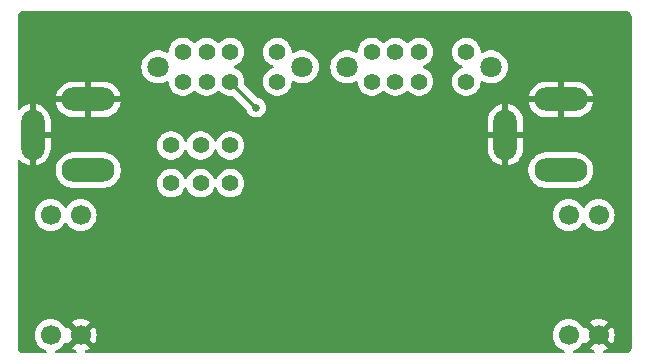
<source format=gbr>
%TF.GenerationSoftware,KiCad,Pcbnew,8.0.5+1*%
%TF.CreationDate,2024-10-02T06:07:40-04:00*%
%TF.ProjectId,breadboard-power-supply,62726561-6462-46f6-9172-642d706f7765,rev?*%
%TF.SameCoordinates,Original*%
%TF.FileFunction,Copper,L2,Bot*%
%TF.FilePolarity,Positive*%
%FSLAX46Y46*%
G04 Gerber Fmt 4.6, Leading zero omitted, Abs format (unit mm)*
G04 Created by KiCad (PCBNEW 8.0.5+1) date 2024-10-02 06:07:40*
%MOMM*%
%LPD*%
G01*
G04 APERTURE LIST*
%TA.AperFunction,ComponentPad*%
%ADD10C,1.400000*%
%TD*%
%TA.AperFunction,ComponentPad*%
%ADD11C,1.800000*%
%TD*%
%TA.AperFunction,ComponentPad*%
%ADD12O,4.500000X2.000000*%
%TD*%
%TA.AperFunction,ComponentPad*%
%ADD13O,2.000000X4.250000*%
%TD*%
%TA.AperFunction,ComponentPad*%
%ADD14C,1.700000*%
%TD*%
%TA.AperFunction,ViaPad*%
%ADD15C,0.650000*%
%TD*%
%TA.AperFunction,Conductor*%
%ADD16C,0.200000*%
%TD*%
%TA.AperFunction,Conductor*%
%ADD17C,0.350000*%
%TD*%
G04 APERTURE END LIST*
D10*
%TO.P,SW1,1*%
%TO.N,/VIN1*%
X113500000Y-101900000D03*
%TO.P,SW1,2*%
%TO.N,Net-(J1-Pad1)*%
X116000000Y-101900000D03*
%TO.P,SW1,3*%
%TO.N,unconnected-(SW1-Pad3)_1*%
X118500000Y-101900000D03*
%TO.P,SW1,4*%
%TO.N,/VIN1*%
X113500000Y-105100000D03*
%TO.P,SW1,5*%
%TO.N,Net-(J1-Pad1)*%
X116000000Y-105100000D03*
%TO.P,SW1,6*%
%TO.N,unconnected-(SW1-Pad3)*%
X118500000Y-105100000D03*
%TD*%
D11*
%TO.P,SW3,*%
%TO.N,*%
X140600000Y-95250000D03*
X128400000Y-95250000D03*
D10*
%TO.P,SW3,1,1*%
%TO.N,unconnected-(SW3-Pad1)*%
X138500000Y-94000000D03*
%TO.P,SW3,2,2*%
%TO.N,VCC1*%
X134500000Y-94000000D03*
%TO.P,SW3,3,3*%
%TO.N,VCC2*%
X132500000Y-94000000D03*
%TO.P,SW3,4,4*%
%TO.N,unconnected-(SW3-Pad4)*%
X130500000Y-94000000D03*
%TO.P,SW3,5,5*%
%TO.N,unconnected-(SW3-Pad5)*%
X138500000Y-96500000D03*
%TO.P,SW3,6,6*%
%TO.N,Net-(J2-Pad1)*%
X134500000Y-96500000D03*
%TO.P,SW3,7,7*%
%TO.N,unconnected-(SW3-Pad7)*%
X132500000Y-96500000D03*
%TO.P,SW3,8,8*%
%TO.N,VCC2*%
X130500000Y-96500000D03*
%TD*%
D12*
%TO.P,J1,1*%
%TO.N,Net-(J1-Pad1)*%
X106500000Y-104000000D03*
%TO.P,J1,2*%
%TO.N,GND*%
X106500000Y-98000000D03*
D13*
%TO.P,J1,3*%
X101800000Y-101000000D03*
%TD*%
D11*
%TO.P,SW2,*%
%TO.N,*%
X124600000Y-95250000D03*
X112400000Y-95250000D03*
D10*
%TO.P,SW2,1,1*%
%TO.N,VCC1*%
X122500000Y-94000000D03*
%TO.P,SW2,2,2*%
%TO.N,/VIN1*%
X118500000Y-94000000D03*
%TO.P,SW2,3,3*%
%TO.N,Net-(U1-IN)*%
X116500000Y-94000000D03*
%TO.P,SW2,4,4*%
X114500000Y-94000000D03*
%TO.P,SW2,5,5*%
%TO.N,unconnected-(SW2-Pad5)*%
X122500000Y-96500000D03*
%TO.P,SW2,6,6*%
%TO.N,/ADJ*%
X118500000Y-96500000D03*
%TO.P,SW2,7,7*%
%TO.N,Net-(R5-Pad1)*%
X116500000Y-96500000D03*
%TO.P,SW2,8,8*%
%TO.N,Net-(R2-Pad1)*%
X114500000Y-96500000D03*
%TD*%
D12*
%TO.P,J2,1*%
%TO.N,Net-(J2-Pad1)*%
X146500000Y-104000000D03*
%TO.P,J2,2*%
%TO.N,GND*%
X146500000Y-98000000D03*
D13*
%TO.P,J2,3*%
X141800000Y-101000000D03*
%TD*%
D14*
%TO.P,J6,1*%
%TO.N,VCC2*%
X147160000Y-117970000D03*
%TO.P,J6,2*%
%TO.N,GND*%
X149700000Y-117970000D03*
%TD*%
%TO.P,J3,1*%
%TO.N,unconnected-(J3-Pad1)*%
X105840000Y-107810000D03*
%TO.P,J3,2*%
%TO.N,unconnected-(J3-Pad2)*%
X103300000Y-107810000D03*
%TD*%
%TO.P,J4,1*%
%TO.N,VCC1*%
X103300000Y-117970000D03*
%TO.P,J4,2*%
%TO.N,GND*%
X105840000Y-117970000D03*
%TD*%
%TO.P,J5,1*%
%TO.N,unconnected-(J5-Pad1)*%
X149700000Y-107810000D03*
%TO.P,J5,2*%
%TO.N,unconnected-(J5-Pad2)*%
X147160000Y-107810000D03*
%TD*%
D15*
%TO.N,GND*%
X111500000Y-99800000D03*
X135500000Y-100200000D03*
X129600000Y-109000000D03*
X119400000Y-99800000D03*
X121700000Y-104100000D03*
%TO.N,/ADJ*%
X120700000Y-98700000D03*
%TD*%
D16*
%TO.N,/ADJ*%
X119100000Y-96500000D02*
X118500000Y-96500000D01*
D17*
X120700000Y-98700000D02*
X118500000Y-96500000D01*
%TD*%
%TA.AperFunction,Conductor*%
%TO.N,GND*%
G36*
X152006922Y-90501280D02*
G01*
X152097266Y-90511459D01*
X152124331Y-90517636D01*
X152203540Y-90545352D01*
X152228553Y-90557398D01*
X152299606Y-90602043D01*
X152321313Y-90619355D01*
X152380644Y-90678686D01*
X152397957Y-90700395D01*
X152442600Y-90771444D01*
X152454648Y-90796462D01*
X152482362Y-90875666D01*
X152488540Y-90902735D01*
X152498720Y-90993076D01*
X152499500Y-91006961D01*
X152499500Y-118993038D01*
X152498720Y-119006921D01*
X152497576Y-119017075D01*
X152488540Y-119097264D01*
X152482362Y-119124333D01*
X152454648Y-119203537D01*
X152442600Y-119228555D01*
X152397957Y-119299604D01*
X152380644Y-119321313D01*
X152321313Y-119380644D01*
X152299604Y-119397957D01*
X152228555Y-119442600D01*
X152203537Y-119454648D01*
X152124333Y-119482362D01*
X152097264Y-119488540D01*
X152017075Y-119497576D01*
X152006921Y-119498720D01*
X151993038Y-119499500D01*
X150149703Y-119499500D01*
X150082664Y-119479815D01*
X150036909Y-119427011D01*
X150026965Y-119357853D01*
X150055990Y-119294297D01*
X150114768Y-119256523D01*
X150117610Y-119255725D01*
X150163483Y-119243433D01*
X150163492Y-119243429D01*
X150377578Y-119143600D01*
X150377582Y-119143598D01*
X150461373Y-119084926D01*
X150461373Y-119084925D01*
X149870234Y-118493787D01*
X149912292Y-118482518D01*
X150037708Y-118410110D01*
X150140110Y-118307708D01*
X150212518Y-118182292D01*
X150223787Y-118140234D01*
X150814925Y-118731373D01*
X150814926Y-118731373D01*
X150873598Y-118647582D01*
X150873600Y-118647578D01*
X150973429Y-118433492D01*
X150973433Y-118433483D01*
X151034567Y-118205326D01*
X151034569Y-118205315D01*
X151055157Y-117970001D01*
X151055157Y-117969998D01*
X151034569Y-117734684D01*
X151034567Y-117734673D01*
X150973433Y-117506516D01*
X150973429Y-117506507D01*
X150873600Y-117292423D01*
X150873599Y-117292421D01*
X150814925Y-117208626D01*
X150814925Y-117208625D01*
X150223787Y-117799764D01*
X150212518Y-117757708D01*
X150140110Y-117632292D01*
X150037708Y-117529890D01*
X149912292Y-117457482D01*
X149870234Y-117446212D01*
X150461373Y-116855073D01*
X150461373Y-116855072D01*
X150377583Y-116796402D01*
X150377579Y-116796400D01*
X150163492Y-116696570D01*
X150163483Y-116696566D01*
X149935326Y-116635432D01*
X149935315Y-116635430D01*
X149700002Y-116614843D01*
X149699998Y-116614843D01*
X149464684Y-116635430D01*
X149464673Y-116635432D01*
X149236516Y-116696566D01*
X149236507Y-116696570D01*
X149022419Y-116796401D01*
X148938625Y-116855072D01*
X149529765Y-117446212D01*
X149487708Y-117457482D01*
X149362292Y-117529890D01*
X149259890Y-117632292D01*
X149187482Y-117757708D01*
X149176212Y-117799765D01*
X148585073Y-117208626D01*
X148531881Y-117284594D01*
X148477304Y-117328219D01*
X148407806Y-117335413D01*
X148345451Y-117303891D01*
X148328730Y-117284594D01*
X148198494Y-117098597D01*
X148031402Y-116931506D01*
X148031395Y-116931501D01*
X147837834Y-116795967D01*
X147837830Y-116795965D01*
X147837828Y-116795964D01*
X147623663Y-116696097D01*
X147623659Y-116696096D01*
X147623655Y-116696094D01*
X147395413Y-116634938D01*
X147395403Y-116634936D01*
X147160001Y-116614341D01*
X147159999Y-116614341D01*
X146924596Y-116634936D01*
X146924586Y-116634938D01*
X146696344Y-116696094D01*
X146696335Y-116696098D01*
X146482171Y-116795964D01*
X146482169Y-116795965D01*
X146288597Y-116931505D01*
X146121505Y-117098597D01*
X145985965Y-117292169D01*
X145985964Y-117292171D01*
X145886098Y-117506335D01*
X145886094Y-117506344D01*
X145824938Y-117734586D01*
X145824936Y-117734596D01*
X145804341Y-117969999D01*
X145804341Y-117970000D01*
X145824936Y-118205403D01*
X145824938Y-118205413D01*
X145886094Y-118433655D01*
X145886096Y-118433659D01*
X145886097Y-118433663D01*
X145908879Y-118482518D01*
X145985965Y-118647830D01*
X145985967Y-118647834D01*
X146044462Y-118731373D01*
X146121505Y-118841401D01*
X146288599Y-119008495D01*
X146385384Y-119076265D01*
X146482165Y-119144032D01*
X146482167Y-119144033D01*
X146482170Y-119144035D01*
X146696337Y-119243903D01*
X146696343Y-119243904D01*
X146696344Y-119243905D01*
X146740457Y-119255725D01*
X146800118Y-119292090D01*
X146830647Y-119354936D01*
X146822353Y-119424312D01*
X146777868Y-119478190D01*
X146711316Y-119499465D01*
X146708364Y-119499500D01*
X106289703Y-119499500D01*
X106222664Y-119479815D01*
X106176909Y-119427011D01*
X106166965Y-119357853D01*
X106195990Y-119294297D01*
X106254768Y-119256523D01*
X106257610Y-119255725D01*
X106303483Y-119243433D01*
X106303492Y-119243429D01*
X106517578Y-119143600D01*
X106517582Y-119143598D01*
X106601373Y-119084926D01*
X106601373Y-119084925D01*
X106010234Y-118493787D01*
X106052292Y-118482518D01*
X106177708Y-118410110D01*
X106280110Y-118307708D01*
X106352518Y-118182292D01*
X106363787Y-118140235D01*
X106954925Y-118731373D01*
X106954926Y-118731373D01*
X107013598Y-118647582D01*
X107013600Y-118647578D01*
X107113429Y-118433492D01*
X107113433Y-118433483D01*
X107174567Y-118205326D01*
X107174569Y-118205315D01*
X107195157Y-117970001D01*
X107195157Y-117969998D01*
X107174569Y-117734684D01*
X107174567Y-117734673D01*
X107113433Y-117506516D01*
X107113429Y-117506507D01*
X107013600Y-117292423D01*
X107013599Y-117292421D01*
X106954925Y-117208626D01*
X106954925Y-117208625D01*
X106363787Y-117799764D01*
X106352518Y-117757708D01*
X106280110Y-117632292D01*
X106177708Y-117529890D01*
X106052292Y-117457482D01*
X106010234Y-117446212D01*
X106601373Y-116855073D01*
X106601373Y-116855072D01*
X106517583Y-116796402D01*
X106517579Y-116796400D01*
X106303492Y-116696570D01*
X106303483Y-116696566D01*
X106075326Y-116635432D01*
X106075315Y-116635430D01*
X105840002Y-116614843D01*
X105839998Y-116614843D01*
X105604684Y-116635430D01*
X105604673Y-116635432D01*
X105376516Y-116696566D01*
X105376507Y-116696570D01*
X105162419Y-116796401D01*
X105078625Y-116855072D01*
X105669765Y-117446212D01*
X105627708Y-117457482D01*
X105502292Y-117529890D01*
X105399890Y-117632292D01*
X105327482Y-117757708D01*
X105316212Y-117799765D01*
X104725073Y-117208626D01*
X104671881Y-117284594D01*
X104617304Y-117328219D01*
X104547806Y-117335413D01*
X104485451Y-117303891D01*
X104468730Y-117284594D01*
X104338494Y-117098597D01*
X104171402Y-116931506D01*
X104171395Y-116931501D01*
X103977834Y-116795967D01*
X103977830Y-116795965D01*
X103977828Y-116795964D01*
X103763663Y-116696097D01*
X103763659Y-116696096D01*
X103763655Y-116696094D01*
X103535413Y-116634938D01*
X103535403Y-116634936D01*
X103300001Y-116614341D01*
X103299999Y-116614341D01*
X103064596Y-116634936D01*
X103064586Y-116634938D01*
X102836344Y-116696094D01*
X102836335Y-116696098D01*
X102622171Y-116795964D01*
X102622169Y-116795965D01*
X102428597Y-116931505D01*
X102261505Y-117098597D01*
X102125965Y-117292169D01*
X102125964Y-117292171D01*
X102026098Y-117506335D01*
X102026094Y-117506344D01*
X101964938Y-117734586D01*
X101964936Y-117734596D01*
X101944341Y-117969999D01*
X101944341Y-117970000D01*
X101964936Y-118205403D01*
X101964938Y-118205413D01*
X102026094Y-118433655D01*
X102026096Y-118433659D01*
X102026097Y-118433663D01*
X102048879Y-118482518D01*
X102125965Y-118647830D01*
X102125967Y-118647834D01*
X102184462Y-118731373D01*
X102261505Y-118841401D01*
X102428599Y-119008495D01*
X102525384Y-119076265D01*
X102622165Y-119144032D01*
X102622167Y-119144033D01*
X102622170Y-119144035D01*
X102836337Y-119243903D01*
X102836343Y-119243904D01*
X102836344Y-119243905D01*
X102880457Y-119255725D01*
X102940118Y-119292090D01*
X102970647Y-119354936D01*
X102962353Y-119424312D01*
X102917868Y-119478190D01*
X102851316Y-119499465D01*
X102848364Y-119499500D01*
X101006962Y-119499500D01*
X100993078Y-119498720D01*
X100980553Y-119497308D01*
X100902735Y-119488540D01*
X100875666Y-119482362D01*
X100796462Y-119454648D01*
X100771444Y-119442600D01*
X100700395Y-119397957D01*
X100678686Y-119380644D01*
X100619355Y-119321313D01*
X100602042Y-119299604D01*
X100598707Y-119294297D01*
X100557398Y-119228553D01*
X100545351Y-119203537D01*
X100524378Y-119143599D01*
X100517636Y-119124331D01*
X100511459Y-119097263D01*
X100501280Y-119006922D01*
X100500500Y-118993038D01*
X100500500Y-107809999D01*
X101944341Y-107809999D01*
X101944341Y-107810000D01*
X101964936Y-108045403D01*
X101964938Y-108045413D01*
X102026094Y-108273655D01*
X102026096Y-108273659D01*
X102026097Y-108273663D01*
X102030000Y-108282032D01*
X102125965Y-108487830D01*
X102125967Y-108487834D01*
X102234281Y-108642521D01*
X102261505Y-108681401D01*
X102428599Y-108848495D01*
X102525384Y-108916265D01*
X102622165Y-108984032D01*
X102622167Y-108984033D01*
X102622170Y-108984035D01*
X102836337Y-109083903D01*
X103064592Y-109145063D01*
X103252918Y-109161539D01*
X103299999Y-109165659D01*
X103300000Y-109165659D01*
X103300001Y-109165659D01*
X103339234Y-109162226D01*
X103535408Y-109145063D01*
X103763663Y-109083903D01*
X103977830Y-108984035D01*
X104171401Y-108848495D01*
X104338495Y-108681401D01*
X104468425Y-108495842D01*
X104523002Y-108452217D01*
X104592500Y-108445023D01*
X104654855Y-108476546D01*
X104671575Y-108495842D01*
X104801500Y-108681395D01*
X104801505Y-108681401D01*
X104968599Y-108848495D01*
X105065384Y-108916265D01*
X105162165Y-108984032D01*
X105162167Y-108984033D01*
X105162170Y-108984035D01*
X105376337Y-109083903D01*
X105604592Y-109145063D01*
X105792918Y-109161539D01*
X105839999Y-109165659D01*
X105840000Y-109165659D01*
X105840001Y-109165659D01*
X105879234Y-109162226D01*
X106075408Y-109145063D01*
X106303663Y-109083903D01*
X106517830Y-108984035D01*
X106711401Y-108848495D01*
X106878495Y-108681401D01*
X107014035Y-108487830D01*
X107113903Y-108273663D01*
X107175063Y-108045408D01*
X107195659Y-107810000D01*
X107195659Y-107809999D01*
X145804341Y-107809999D01*
X145804341Y-107810000D01*
X145824936Y-108045403D01*
X145824938Y-108045413D01*
X145886094Y-108273655D01*
X145886096Y-108273659D01*
X145886097Y-108273663D01*
X145890000Y-108282032D01*
X145985965Y-108487830D01*
X145985967Y-108487834D01*
X146094281Y-108642521D01*
X146121505Y-108681401D01*
X146288599Y-108848495D01*
X146385384Y-108916265D01*
X146482165Y-108984032D01*
X146482167Y-108984033D01*
X146482170Y-108984035D01*
X146696337Y-109083903D01*
X146924592Y-109145063D01*
X147112918Y-109161539D01*
X147159999Y-109165659D01*
X147160000Y-109165659D01*
X147160001Y-109165659D01*
X147199234Y-109162226D01*
X147395408Y-109145063D01*
X147623663Y-109083903D01*
X147837830Y-108984035D01*
X148031401Y-108848495D01*
X148198495Y-108681401D01*
X148328425Y-108495842D01*
X148383002Y-108452217D01*
X148452500Y-108445023D01*
X148514855Y-108476546D01*
X148531575Y-108495842D01*
X148661500Y-108681395D01*
X148661505Y-108681401D01*
X148828599Y-108848495D01*
X148925384Y-108916265D01*
X149022165Y-108984032D01*
X149022167Y-108984033D01*
X149022170Y-108984035D01*
X149236337Y-109083903D01*
X149464592Y-109145063D01*
X149652918Y-109161539D01*
X149699999Y-109165659D01*
X149700000Y-109165659D01*
X149700001Y-109165659D01*
X149739234Y-109162226D01*
X149935408Y-109145063D01*
X150163663Y-109083903D01*
X150377830Y-108984035D01*
X150571401Y-108848495D01*
X150738495Y-108681401D01*
X150874035Y-108487830D01*
X150973903Y-108273663D01*
X151035063Y-108045408D01*
X151055659Y-107810000D01*
X151035063Y-107574592D01*
X150973903Y-107346337D01*
X150874035Y-107132171D01*
X150868425Y-107124158D01*
X150738494Y-106938597D01*
X150571402Y-106771506D01*
X150571395Y-106771501D01*
X150377834Y-106635967D01*
X150377830Y-106635965D01*
X150377828Y-106635964D01*
X150163663Y-106536097D01*
X150163659Y-106536096D01*
X150163655Y-106536094D01*
X149935413Y-106474938D01*
X149935403Y-106474936D01*
X149700001Y-106454341D01*
X149699999Y-106454341D01*
X149464596Y-106474936D01*
X149464586Y-106474938D01*
X149236344Y-106536094D01*
X149236335Y-106536098D01*
X149022171Y-106635964D01*
X149022169Y-106635965D01*
X148828597Y-106771505D01*
X148661505Y-106938597D01*
X148531575Y-107124158D01*
X148476998Y-107167783D01*
X148407500Y-107174977D01*
X148345145Y-107143454D01*
X148328425Y-107124158D01*
X148198494Y-106938597D01*
X148031402Y-106771506D01*
X148031395Y-106771501D01*
X147837834Y-106635967D01*
X147837830Y-106635965D01*
X147837828Y-106635964D01*
X147623663Y-106536097D01*
X147623659Y-106536096D01*
X147623655Y-106536094D01*
X147395413Y-106474938D01*
X147395403Y-106474936D01*
X147160001Y-106454341D01*
X147159999Y-106454341D01*
X146924596Y-106474936D01*
X146924586Y-106474938D01*
X146696344Y-106536094D01*
X146696335Y-106536098D01*
X146482171Y-106635964D01*
X146482169Y-106635965D01*
X146288597Y-106771505D01*
X146121505Y-106938597D01*
X145985965Y-107132169D01*
X145985964Y-107132171D01*
X145886098Y-107346335D01*
X145886094Y-107346344D01*
X145824938Y-107574586D01*
X145824936Y-107574596D01*
X145804341Y-107809999D01*
X107195659Y-107809999D01*
X107175063Y-107574592D01*
X107113903Y-107346337D01*
X107014035Y-107132171D01*
X107008425Y-107124158D01*
X106878494Y-106938597D01*
X106711402Y-106771506D01*
X106711395Y-106771501D01*
X106517834Y-106635967D01*
X106517830Y-106635965D01*
X106517828Y-106635964D01*
X106303663Y-106536097D01*
X106303659Y-106536096D01*
X106303655Y-106536094D01*
X106075413Y-106474938D01*
X106075403Y-106474936D01*
X105840001Y-106454341D01*
X105839999Y-106454341D01*
X105604596Y-106474936D01*
X105604586Y-106474938D01*
X105376344Y-106536094D01*
X105376335Y-106536098D01*
X105162171Y-106635964D01*
X105162169Y-106635965D01*
X104968597Y-106771505D01*
X104801505Y-106938597D01*
X104671575Y-107124158D01*
X104616998Y-107167783D01*
X104547500Y-107174977D01*
X104485145Y-107143454D01*
X104468425Y-107124158D01*
X104338494Y-106938597D01*
X104171402Y-106771506D01*
X104171395Y-106771501D01*
X103977834Y-106635967D01*
X103977830Y-106635965D01*
X103977828Y-106635964D01*
X103763663Y-106536097D01*
X103763659Y-106536096D01*
X103763655Y-106536094D01*
X103535413Y-106474938D01*
X103535403Y-106474936D01*
X103300001Y-106454341D01*
X103299999Y-106454341D01*
X103064596Y-106474936D01*
X103064586Y-106474938D01*
X102836344Y-106536094D01*
X102836335Y-106536098D01*
X102622171Y-106635964D01*
X102622169Y-106635965D01*
X102428597Y-106771505D01*
X102261505Y-106938597D01*
X102125965Y-107132169D01*
X102125964Y-107132171D01*
X102026098Y-107346335D01*
X102026094Y-107346344D01*
X101964938Y-107574586D01*
X101964936Y-107574596D01*
X101944341Y-107809999D01*
X100500500Y-107809999D01*
X100500500Y-103881902D01*
X103749500Y-103881902D01*
X103749500Y-104118097D01*
X103786446Y-104351368D01*
X103859433Y-104575996D01*
X103916164Y-104687335D01*
X103966657Y-104786433D01*
X104105483Y-104977510D01*
X104272490Y-105144517D01*
X104463567Y-105283343D01*
X104538523Y-105321535D01*
X104674003Y-105390566D01*
X104674005Y-105390566D01*
X104674008Y-105390568D01*
X104776941Y-105424013D01*
X104898631Y-105463553D01*
X105131903Y-105500500D01*
X105131908Y-105500500D01*
X107868097Y-105500500D01*
X108101368Y-105463553D01*
X108132089Y-105453571D01*
X108325992Y-105390568D01*
X108536433Y-105283343D01*
X108727510Y-105144517D01*
X108772028Y-105099999D01*
X112294357Y-105099999D01*
X112294357Y-105100000D01*
X112314884Y-105321535D01*
X112314885Y-105321537D01*
X112375769Y-105535523D01*
X112375775Y-105535538D01*
X112474938Y-105734683D01*
X112474943Y-105734691D01*
X112609020Y-105912238D01*
X112773437Y-106062123D01*
X112773439Y-106062125D01*
X112962595Y-106179245D01*
X112962596Y-106179245D01*
X112962599Y-106179247D01*
X113170060Y-106259618D01*
X113388757Y-106300500D01*
X113388759Y-106300500D01*
X113611241Y-106300500D01*
X113611243Y-106300500D01*
X113829940Y-106259618D01*
X114037401Y-106179247D01*
X114226562Y-106062124D01*
X114390981Y-105912236D01*
X114525058Y-105734689D01*
X114624229Y-105535528D01*
X114630734Y-105512661D01*
X114668012Y-105453571D01*
X114731322Y-105424013D01*
X114800561Y-105433375D01*
X114853748Y-105478684D01*
X114869264Y-105512658D01*
X114875770Y-105535523D01*
X114875772Y-105535530D01*
X114875775Y-105535538D01*
X114974938Y-105734683D01*
X114974943Y-105734691D01*
X115109020Y-105912238D01*
X115273437Y-106062123D01*
X115273439Y-106062125D01*
X115462595Y-106179245D01*
X115462596Y-106179245D01*
X115462599Y-106179247D01*
X115670060Y-106259618D01*
X115888757Y-106300500D01*
X115888759Y-106300500D01*
X116111241Y-106300500D01*
X116111243Y-106300500D01*
X116329940Y-106259618D01*
X116537401Y-106179247D01*
X116726562Y-106062124D01*
X116890981Y-105912236D01*
X117025058Y-105734689D01*
X117124229Y-105535528D01*
X117130734Y-105512661D01*
X117168012Y-105453571D01*
X117231322Y-105424013D01*
X117300561Y-105433375D01*
X117353748Y-105478684D01*
X117369264Y-105512658D01*
X117375770Y-105535523D01*
X117375772Y-105535530D01*
X117375775Y-105535538D01*
X117474938Y-105734683D01*
X117474943Y-105734691D01*
X117609020Y-105912238D01*
X117773437Y-106062123D01*
X117773439Y-106062125D01*
X117962595Y-106179245D01*
X117962596Y-106179245D01*
X117962599Y-106179247D01*
X118170060Y-106259618D01*
X118388757Y-106300500D01*
X118388759Y-106300500D01*
X118611241Y-106300500D01*
X118611243Y-106300500D01*
X118829940Y-106259618D01*
X119037401Y-106179247D01*
X119226562Y-106062124D01*
X119390981Y-105912236D01*
X119525058Y-105734689D01*
X119624229Y-105535528D01*
X119685115Y-105321536D01*
X119705643Y-105100000D01*
X119685115Y-104878464D01*
X119624229Y-104664472D01*
X119580171Y-104575992D01*
X119525061Y-104465316D01*
X119525056Y-104465308D01*
X119390979Y-104287761D01*
X119226562Y-104137876D01*
X119226560Y-104137874D01*
X119037404Y-104020754D01*
X119037398Y-104020752D01*
X118829940Y-103940382D01*
X118611243Y-103899500D01*
X118388757Y-103899500D01*
X118170060Y-103940382D01*
X118038864Y-103991207D01*
X117962601Y-104020752D01*
X117962595Y-104020754D01*
X117773439Y-104137874D01*
X117773437Y-104137876D01*
X117609020Y-104287761D01*
X117474943Y-104465308D01*
X117474938Y-104465316D01*
X117375775Y-104664461D01*
X117375769Y-104664476D01*
X117369266Y-104687335D01*
X117331987Y-104746429D01*
X117268677Y-104775986D01*
X117199438Y-104766624D01*
X117146251Y-104721314D01*
X117130734Y-104687335D01*
X117124230Y-104664476D01*
X117124229Y-104664472D01*
X117080171Y-104575992D01*
X117025061Y-104465316D01*
X117025056Y-104465308D01*
X116890979Y-104287761D01*
X116726562Y-104137876D01*
X116726560Y-104137874D01*
X116537404Y-104020754D01*
X116537398Y-104020752D01*
X116329940Y-103940382D01*
X116111243Y-103899500D01*
X115888757Y-103899500D01*
X115670060Y-103940382D01*
X115538864Y-103991207D01*
X115462601Y-104020752D01*
X115462595Y-104020754D01*
X115273439Y-104137874D01*
X115273437Y-104137876D01*
X115109020Y-104287761D01*
X114974943Y-104465308D01*
X114974938Y-104465316D01*
X114875775Y-104664461D01*
X114875769Y-104664476D01*
X114869266Y-104687335D01*
X114831987Y-104746429D01*
X114768677Y-104775986D01*
X114699438Y-104766624D01*
X114646251Y-104721314D01*
X114630734Y-104687335D01*
X114624230Y-104664476D01*
X114624229Y-104664472D01*
X114580171Y-104575992D01*
X114525061Y-104465316D01*
X114525056Y-104465308D01*
X114390979Y-104287761D01*
X114226562Y-104137876D01*
X114226560Y-104137874D01*
X114037404Y-104020754D01*
X114037398Y-104020752D01*
X113829940Y-103940382D01*
X113611243Y-103899500D01*
X113388757Y-103899500D01*
X113170060Y-103940382D01*
X113038864Y-103991207D01*
X112962601Y-104020752D01*
X112962595Y-104020754D01*
X112773439Y-104137874D01*
X112773437Y-104137876D01*
X112609020Y-104287761D01*
X112474943Y-104465308D01*
X112474938Y-104465316D01*
X112375775Y-104664461D01*
X112375769Y-104664476D01*
X112314885Y-104878462D01*
X112314884Y-104878464D01*
X112294357Y-105099999D01*
X108772028Y-105099999D01*
X108894517Y-104977510D01*
X109033343Y-104786433D01*
X109140568Y-104575992D01*
X109213553Y-104351368D01*
X109247367Y-104137876D01*
X109250500Y-104118097D01*
X109250500Y-103881902D01*
X143749500Y-103881902D01*
X143749500Y-104118097D01*
X143786446Y-104351368D01*
X143859433Y-104575996D01*
X143916164Y-104687335D01*
X143966657Y-104786433D01*
X144105483Y-104977510D01*
X144272490Y-105144517D01*
X144463567Y-105283343D01*
X144538523Y-105321535D01*
X144674003Y-105390566D01*
X144674005Y-105390566D01*
X144674008Y-105390568D01*
X144776941Y-105424013D01*
X144898631Y-105463553D01*
X145131903Y-105500500D01*
X145131908Y-105500500D01*
X147868097Y-105500500D01*
X148101368Y-105463553D01*
X148132089Y-105453571D01*
X148325992Y-105390568D01*
X148536433Y-105283343D01*
X148727510Y-105144517D01*
X148894517Y-104977510D01*
X149033343Y-104786433D01*
X149140568Y-104575992D01*
X149213553Y-104351368D01*
X149247367Y-104137876D01*
X149250500Y-104118097D01*
X149250500Y-103881902D01*
X149213553Y-103648631D01*
X149140566Y-103424003D01*
X149033342Y-103213566D01*
X149008332Y-103179143D01*
X148894517Y-103022490D01*
X148727510Y-102855483D01*
X148536433Y-102716657D01*
X148505316Y-102700802D01*
X148325996Y-102609433D01*
X148101368Y-102536446D01*
X147868097Y-102499500D01*
X147868092Y-102499500D01*
X145131908Y-102499500D01*
X145131903Y-102499500D01*
X144898631Y-102536446D01*
X144674003Y-102609433D01*
X144463566Y-102716657D01*
X144354550Y-102795862D01*
X144272490Y-102855483D01*
X144272488Y-102855485D01*
X144272487Y-102855485D01*
X144105485Y-103022487D01*
X144105485Y-103022488D01*
X144105483Y-103022490D01*
X144078509Y-103059617D01*
X143966657Y-103213566D01*
X143859433Y-103424003D01*
X143786446Y-103648631D01*
X143749500Y-103881902D01*
X109250500Y-103881902D01*
X109213553Y-103648631D01*
X109140566Y-103424003D01*
X109033342Y-103213566D01*
X109008332Y-103179143D01*
X108894517Y-103022490D01*
X108727510Y-102855483D01*
X108536433Y-102716657D01*
X108505316Y-102700802D01*
X108325996Y-102609433D01*
X108101368Y-102536446D01*
X107868097Y-102499500D01*
X107868092Y-102499500D01*
X105131908Y-102499500D01*
X105131903Y-102499500D01*
X104898631Y-102536446D01*
X104674003Y-102609433D01*
X104463566Y-102716657D01*
X104354550Y-102795862D01*
X104272490Y-102855483D01*
X104272488Y-102855485D01*
X104272487Y-102855485D01*
X104105485Y-103022487D01*
X104105485Y-103022488D01*
X104105483Y-103022490D01*
X104078509Y-103059617D01*
X103966657Y-103213566D01*
X103859433Y-103424003D01*
X103786446Y-103648631D01*
X103749500Y-103881902D01*
X100500500Y-103881902D01*
X100500500Y-103246182D01*
X100520185Y-103179143D01*
X100572989Y-103133388D01*
X100642147Y-103123444D01*
X100705703Y-103152469D01*
X100712181Y-103158501D01*
X100822813Y-103269133D01*
X101013828Y-103407914D01*
X101224195Y-103515102D01*
X101448744Y-103588063D01*
X101448750Y-103588065D01*
X101550000Y-103604101D01*
X101550000Y-102433012D01*
X101607007Y-102465925D01*
X101734174Y-102500000D01*
X101865826Y-102500000D01*
X101992993Y-102465925D01*
X102050000Y-102433012D01*
X102050000Y-103604100D01*
X102151249Y-103588065D01*
X102151255Y-103588063D01*
X102375804Y-103515102D01*
X102586171Y-103407914D01*
X102777186Y-103269133D01*
X102944133Y-103102186D01*
X103082914Y-102911171D01*
X103190102Y-102700802D01*
X103263065Y-102476247D01*
X103300000Y-102243052D01*
X103300000Y-101899999D01*
X112294357Y-101899999D01*
X112294357Y-101900000D01*
X112314884Y-102121535D01*
X112314885Y-102121537D01*
X112375769Y-102335523D01*
X112375775Y-102335538D01*
X112474938Y-102534683D01*
X112474943Y-102534691D01*
X112609020Y-102712238D01*
X112773437Y-102862123D01*
X112773439Y-102862125D01*
X112962595Y-102979245D01*
X112962596Y-102979245D01*
X112962599Y-102979247D01*
X113170060Y-103059618D01*
X113388757Y-103100500D01*
X113388759Y-103100500D01*
X113611241Y-103100500D01*
X113611243Y-103100500D01*
X113829940Y-103059618D01*
X114037401Y-102979247D01*
X114226562Y-102862124D01*
X114366282Y-102734751D01*
X114390979Y-102712238D01*
X114399616Y-102700802D01*
X114525058Y-102534689D01*
X114624229Y-102335528D01*
X114630734Y-102312661D01*
X114668012Y-102253571D01*
X114731322Y-102224013D01*
X114800561Y-102233375D01*
X114853748Y-102278684D01*
X114869264Y-102312658D01*
X114875770Y-102335523D01*
X114875772Y-102335530D01*
X114875775Y-102335538D01*
X114974938Y-102534683D01*
X114974943Y-102534691D01*
X115109020Y-102712238D01*
X115273437Y-102862123D01*
X115273439Y-102862125D01*
X115462595Y-102979245D01*
X115462596Y-102979245D01*
X115462599Y-102979247D01*
X115670060Y-103059618D01*
X115888757Y-103100500D01*
X115888759Y-103100500D01*
X116111241Y-103100500D01*
X116111243Y-103100500D01*
X116329940Y-103059618D01*
X116537401Y-102979247D01*
X116726562Y-102862124D01*
X116866282Y-102734751D01*
X116890979Y-102712238D01*
X116899616Y-102700802D01*
X117025058Y-102534689D01*
X117124229Y-102335528D01*
X117130734Y-102312661D01*
X117168012Y-102253571D01*
X117231322Y-102224013D01*
X117300561Y-102233375D01*
X117353748Y-102278684D01*
X117369264Y-102312658D01*
X117375770Y-102335523D01*
X117375772Y-102335530D01*
X117375775Y-102335538D01*
X117474938Y-102534683D01*
X117474943Y-102534691D01*
X117609020Y-102712238D01*
X117773437Y-102862123D01*
X117773439Y-102862125D01*
X117962595Y-102979245D01*
X117962596Y-102979245D01*
X117962599Y-102979247D01*
X118170060Y-103059618D01*
X118388757Y-103100500D01*
X118388759Y-103100500D01*
X118611241Y-103100500D01*
X118611243Y-103100500D01*
X118829940Y-103059618D01*
X119037401Y-102979247D01*
X119226562Y-102862124D01*
X119366282Y-102734751D01*
X119390979Y-102712238D01*
X119399616Y-102700802D01*
X119525058Y-102534689D01*
X119624229Y-102335528D01*
X119685115Y-102121536D01*
X119705643Y-101900000D01*
X119685115Y-101678464D01*
X119624229Y-101464472D01*
X119624224Y-101464461D01*
X119525061Y-101265316D01*
X119525056Y-101265308D01*
X119390979Y-101087761D01*
X119226562Y-100937876D01*
X119226560Y-100937874D01*
X119037404Y-100820754D01*
X119037398Y-100820752D01*
X118829940Y-100740382D01*
X118611243Y-100699500D01*
X118388757Y-100699500D01*
X118170060Y-100740382D01*
X118038864Y-100791207D01*
X117962601Y-100820752D01*
X117962595Y-100820754D01*
X117773439Y-100937874D01*
X117773437Y-100937876D01*
X117609020Y-101087761D01*
X117474943Y-101265308D01*
X117474938Y-101265316D01*
X117375775Y-101464461D01*
X117375769Y-101464476D01*
X117369266Y-101487335D01*
X117331987Y-101546429D01*
X117268677Y-101575986D01*
X117199438Y-101566624D01*
X117146251Y-101521314D01*
X117130734Y-101487335D01*
X117124230Y-101464476D01*
X117124229Y-101464472D01*
X117124224Y-101464461D01*
X117025061Y-101265316D01*
X117025056Y-101265308D01*
X116890979Y-101087761D01*
X116726562Y-100937876D01*
X116726560Y-100937874D01*
X116537404Y-100820754D01*
X116537398Y-100820752D01*
X116329940Y-100740382D01*
X116111243Y-100699500D01*
X115888757Y-100699500D01*
X115670060Y-100740382D01*
X115538864Y-100791207D01*
X115462601Y-100820752D01*
X115462595Y-100820754D01*
X115273439Y-100937874D01*
X115273437Y-100937876D01*
X115109020Y-101087761D01*
X114974943Y-101265308D01*
X114974938Y-101265316D01*
X114875775Y-101464461D01*
X114875769Y-101464476D01*
X114869266Y-101487335D01*
X114831987Y-101546429D01*
X114768677Y-101575986D01*
X114699438Y-101566624D01*
X114646251Y-101521314D01*
X114630734Y-101487335D01*
X114624230Y-101464476D01*
X114624229Y-101464472D01*
X114624224Y-101464461D01*
X114525061Y-101265316D01*
X114525056Y-101265308D01*
X114390979Y-101087761D01*
X114226562Y-100937876D01*
X114226560Y-100937874D01*
X114037404Y-100820754D01*
X114037398Y-100820752D01*
X113829940Y-100740382D01*
X113611243Y-100699500D01*
X113388757Y-100699500D01*
X113170060Y-100740382D01*
X113038864Y-100791207D01*
X112962601Y-100820752D01*
X112962595Y-100820754D01*
X112773439Y-100937874D01*
X112773437Y-100937876D01*
X112609020Y-101087761D01*
X112474943Y-101265308D01*
X112474938Y-101265316D01*
X112375775Y-101464461D01*
X112375769Y-101464476D01*
X112314885Y-101678462D01*
X112314884Y-101678464D01*
X112294357Y-101899999D01*
X103300000Y-101899999D01*
X103300000Y-101250000D01*
X102300000Y-101250000D01*
X102300000Y-100750000D01*
X103300000Y-100750000D01*
X103300000Y-99756947D01*
X140300000Y-99756947D01*
X140300000Y-100750000D01*
X141300000Y-100750000D01*
X141300000Y-101250000D01*
X140300000Y-101250000D01*
X140300000Y-102243052D01*
X140336934Y-102476247D01*
X140409897Y-102700802D01*
X140517085Y-102911171D01*
X140655866Y-103102186D01*
X140822813Y-103269133D01*
X141013828Y-103407914D01*
X141224195Y-103515102D01*
X141448744Y-103588063D01*
X141448750Y-103588065D01*
X141550000Y-103604101D01*
X141550000Y-102433012D01*
X141607007Y-102465925D01*
X141734174Y-102500000D01*
X141865826Y-102500000D01*
X141992993Y-102465925D01*
X142050000Y-102433012D01*
X142050000Y-103604100D01*
X142151249Y-103588065D01*
X142151255Y-103588063D01*
X142375804Y-103515102D01*
X142586171Y-103407914D01*
X142777186Y-103269133D01*
X142944133Y-103102186D01*
X143082914Y-102911171D01*
X143190102Y-102700802D01*
X143263065Y-102476247D01*
X143300000Y-102243052D01*
X143300000Y-101250000D01*
X142300000Y-101250000D01*
X142300000Y-100750000D01*
X143300000Y-100750000D01*
X143300000Y-99756947D01*
X143263065Y-99523752D01*
X143190102Y-99299197D01*
X143082914Y-99088828D01*
X142944133Y-98897813D01*
X142777186Y-98730866D01*
X142586171Y-98592085D01*
X142375802Y-98484897D01*
X142151247Y-98411934D01*
X142050000Y-98395897D01*
X142050000Y-99566988D01*
X141992993Y-99534075D01*
X141865826Y-99500000D01*
X141734174Y-99500000D01*
X141607007Y-99534075D01*
X141550000Y-99566988D01*
X141550000Y-98395897D01*
X141448752Y-98411934D01*
X141224197Y-98484897D01*
X141013828Y-98592085D01*
X140822813Y-98730866D01*
X140655866Y-98897813D01*
X140517085Y-99088828D01*
X140409897Y-99299197D01*
X140336934Y-99523752D01*
X140300000Y-99756947D01*
X103300000Y-99756947D01*
X103263065Y-99523752D01*
X103190102Y-99299197D01*
X103082914Y-99088828D01*
X102944133Y-98897813D01*
X102777186Y-98730866D01*
X102586171Y-98592085D01*
X102375802Y-98484897D01*
X102151247Y-98411934D01*
X102050000Y-98395897D01*
X102050000Y-99566988D01*
X101992993Y-99534075D01*
X101865826Y-99500000D01*
X101734174Y-99500000D01*
X101607007Y-99534075D01*
X101550000Y-99566988D01*
X101550000Y-98395897D01*
X101448752Y-98411934D01*
X101224197Y-98484897D01*
X101013828Y-98592085D01*
X100822813Y-98730866D01*
X100712181Y-98841499D01*
X100650858Y-98874984D01*
X100581166Y-98870000D01*
X100525233Y-98828128D01*
X100500816Y-98762664D01*
X100500500Y-98753818D01*
X100500500Y-97750000D01*
X103770898Y-97750000D01*
X104816988Y-97750000D01*
X104784075Y-97807007D01*
X104750000Y-97934174D01*
X104750000Y-98065826D01*
X104784075Y-98192993D01*
X104816988Y-98250000D01*
X103770898Y-98250000D01*
X103786934Y-98351247D01*
X103859897Y-98575802D01*
X103967085Y-98786171D01*
X104105866Y-98977186D01*
X104272813Y-99144133D01*
X104463828Y-99282914D01*
X104674197Y-99390102D01*
X104898752Y-99463065D01*
X104898751Y-99463065D01*
X105131948Y-99500000D01*
X106250000Y-99500000D01*
X106250000Y-98500000D01*
X106750000Y-98500000D01*
X106750000Y-99500000D01*
X107868052Y-99500000D01*
X108101247Y-99463065D01*
X108325802Y-99390102D01*
X108536171Y-99282914D01*
X108727186Y-99144133D01*
X108894133Y-98977186D01*
X109032914Y-98786171D01*
X109140102Y-98575802D01*
X109213065Y-98351247D01*
X109229102Y-98250000D01*
X108183012Y-98250000D01*
X108215925Y-98192993D01*
X108250000Y-98065826D01*
X108250000Y-97934174D01*
X108215925Y-97807007D01*
X108183012Y-97750000D01*
X109229102Y-97750000D01*
X109213065Y-97648752D01*
X109140102Y-97424197D01*
X109032914Y-97213828D01*
X108894133Y-97022813D01*
X108727186Y-96855866D01*
X108536171Y-96717085D01*
X108325802Y-96609897D01*
X108101247Y-96536934D01*
X108101248Y-96536934D01*
X107868052Y-96500000D01*
X106750000Y-96500000D01*
X106750000Y-97500000D01*
X106250000Y-97500000D01*
X106250000Y-96500000D01*
X105131948Y-96500000D01*
X104898752Y-96536934D01*
X104674197Y-96609897D01*
X104463828Y-96717085D01*
X104272813Y-96855866D01*
X104105866Y-97022813D01*
X103967085Y-97213828D01*
X103859897Y-97424197D01*
X103786934Y-97648752D01*
X103770898Y-97750000D01*
X100500500Y-97750000D01*
X100500500Y-95249993D01*
X110994700Y-95249993D01*
X110994700Y-95250006D01*
X111013864Y-95481297D01*
X111013866Y-95481308D01*
X111070842Y-95706300D01*
X111164075Y-95918848D01*
X111291016Y-96113147D01*
X111291019Y-96113151D01*
X111291021Y-96113153D01*
X111448216Y-96283913D01*
X111448219Y-96283915D01*
X111448222Y-96283918D01*
X111631365Y-96426464D01*
X111631371Y-96426468D01*
X111631374Y-96426470D01*
X111835497Y-96536936D01*
X111906275Y-96561234D01*
X112055015Y-96612297D01*
X112055017Y-96612297D01*
X112055019Y-96612298D01*
X112283951Y-96650500D01*
X112283952Y-96650500D01*
X112516048Y-96650500D01*
X112516049Y-96650500D01*
X112744981Y-96612298D01*
X112964503Y-96536936D01*
X112964510Y-96536932D01*
X112964513Y-96536931D01*
X113098103Y-96464635D01*
X113116704Y-96454568D01*
X113185031Y-96439973D01*
X113250403Y-96464635D01*
X113292065Y-96520726D01*
X113299192Y-96552182D01*
X113314884Y-96721535D01*
X113314885Y-96721537D01*
X113375769Y-96935523D01*
X113375775Y-96935538D01*
X113474938Y-97134683D01*
X113474943Y-97134691D01*
X113609020Y-97312238D01*
X113773437Y-97462123D01*
X113773439Y-97462125D01*
X113962595Y-97579245D01*
X113962596Y-97579245D01*
X113962599Y-97579247D01*
X114170060Y-97659618D01*
X114388757Y-97700500D01*
X114388759Y-97700500D01*
X114611241Y-97700500D01*
X114611243Y-97700500D01*
X114829940Y-97659618D01*
X115037401Y-97579247D01*
X115226562Y-97462124D01*
X115390981Y-97312236D01*
X115401046Y-97298906D01*
X115457153Y-97257271D01*
X115526865Y-97252578D01*
X115588047Y-97286319D01*
X115598948Y-97298900D01*
X115609019Y-97312236D01*
X115609022Y-97312239D01*
X115609025Y-97312242D01*
X115773437Y-97462123D01*
X115773439Y-97462125D01*
X115962595Y-97579245D01*
X115962596Y-97579245D01*
X115962599Y-97579247D01*
X116170060Y-97659618D01*
X116388757Y-97700500D01*
X116388759Y-97700500D01*
X116611241Y-97700500D01*
X116611243Y-97700500D01*
X116829940Y-97659618D01*
X117037401Y-97579247D01*
X117226562Y-97462124D01*
X117390981Y-97312236D01*
X117401046Y-97298906D01*
X117457153Y-97257271D01*
X117526865Y-97252578D01*
X117588047Y-97286319D01*
X117598948Y-97298900D01*
X117609019Y-97312236D01*
X117609022Y-97312239D01*
X117609025Y-97312242D01*
X117773437Y-97462123D01*
X117773439Y-97462125D01*
X117962595Y-97579245D01*
X117962596Y-97579245D01*
X117962599Y-97579247D01*
X118170060Y-97659618D01*
X118388757Y-97700500D01*
X118388759Y-97700500D01*
X118611244Y-97700500D01*
X118611244Y-97700499D01*
X118659851Y-97691413D01*
X118729366Y-97698442D01*
X118770319Y-97725620D01*
X119854242Y-98809543D01*
X119885406Y-98866616D01*
X119886084Y-98866396D01*
X119887256Y-98870003D01*
X119887727Y-98870866D01*
X119887851Y-98871440D01*
X119888093Y-98872580D01*
X119941712Y-99037608D01*
X120028477Y-99187887D01*
X120028476Y-99187887D01*
X120114039Y-99282914D01*
X120144590Y-99316845D01*
X120245419Y-99390102D01*
X120284976Y-99418842D01*
X120443495Y-99489420D01*
X120443501Y-99489422D01*
X120613236Y-99525500D01*
X120613237Y-99525500D01*
X120786762Y-99525500D01*
X120786764Y-99525500D01*
X120956499Y-99489422D01*
X120956501Y-99489420D01*
X120956504Y-99489420D01*
X121015698Y-99463065D01*
X121115024Y-99418842D01*
X121255410Y-99316845D01*
X121371522Y-99187889D01*
X121458286Y-99037611D01*
X121511908Y-98872576D01*
X121530047Y-98700000D01*
X121511908Y-98527424D01*
X121474384Y-98411934D01*
X121458287Y-98362391D01*
X121393397Y-98250000D01*
X121371522Y-98212111D01*
X121255410Y-98083155D01*
X121115024Y-97981158D01*
X121115023Y-97981157D01*
X120956503Y-97910579D01*
X120956499Y-97910578D01*
X120877343Y-97893752D01*
X120815861Y-97860559D01*
X120815444Y-97860143D01*
X120705301Y-97750000D01*
X143770898Y-97750000D01*
X144816988Y-97750000D01*
X144784075Y-97807007D01*
X144750000Y-97934174D01*
X144750000Y-98065826D01*
X144784075Y-98192993D01*
X144816988Y-98250000D01*
X143770898Y-98250000D01*
X143786934Y-98351247D01*
X143859897Y-98575802D01*
X143967085Y-98786171D01*
X144105866Y-98977186D01*
X144272813Y-99144133D01*
X144463828Y-99282914D01*
X144674197Y-99390102D01*
X144898752Y-99463065D01*
X144898751Y-99463065D01*
X145131948Y-99500000D01*
X146250000Y-99500000D01*
X146250000Y-98500000D01*
X146750000Y-98500000D01*
X146750000Y-99500000D01*
X147868052Y-99500000D01*
X148101247Y-99463065D01*
X148325802Y-99390102D01*
X148536171Y-99282914D01*
X148727186Y-99144133D01*
X148894133Y-98977186D01*
X149032914Y-98786171D01*
X149140102Y-98575802D01*
X149213065Y-98351247D01*
X149229102Y-98250000D01*
X148183012Y-98250000D01*
X148215925Y-98192993D01*
X148250000Y-98065826D01*
X148250000Y-97934174D01*
X148215925Y-97807007D01*
X148183012Y-97750000D01*
X149229102Y-97750000D01*
X149213065Y-97648752D01*
X149140102Y-97424197D01*
X149032914Y-97213828D01*
X148894133Y-97022813D01*
X148727186Y-96855866D01*
X148536171Y-96717085D01*
X148325802Y-96609897D01*
X148101247Y-96536934D01*
X148101248Y-96536934D01*
X147868052Y-96500000D01*
X146750000Y-96500000D01*
X146750000Y-97500000D01*
X146250000Y-97500000D01*
X146250000Y-96500000D01*
X145131948Y-96500000D01*
X144898752Y-96536934D01*
X144674197Y-96609897D01*
X144463828Y-96717085D01*
X144272813Y-96855866D01*
X144105866Y-97022813D01*
X143967085Y-97213828D01*
X143859897Y-97424197D01*
X143786934Y-97648752D01*
X143770898Y-97750000D01*
X120705301Y-97750000D01*
X119725573Y-96770272D01*
X119692088Y-96708949D01*
X119689783Y-96671153D01*
X119696192Y-96601987D01*
X119699888Y-96581339D01*
X119700500Y-96579057D01*
X119700500Y-96561234D01*
X119701029Y-96549793D01*
X119705643Y-96500000D01*
X119705643Y-96499999D01*
X119701029Y-96450205D01*
X119700500Y-96438764D01*
X119700500Y-96420941D01*
X119699889Y-96418662D01*
X119696191Y-96398002D01*
X119685115Y-96278464D01*
X119624229Y-96064472D01*
X119551717Y-95918849D01*
X119525061Y-95865316D01*
X119525056Y-95865308D01*
X119390979Y-95687761D01*
X119226562Y-95537876D01*
X119226560Y-95537874D01*
X119037404Y-95420754D01*
X119037395Y-95420750D01*
X118965560Y-95392921D01*
X118895101Y-95365625D01*
X118839701Y-95323054D01*
X118816110Y-95257288D01*
X118831821Y-95189207D01*
X118881844Y-95140428D01*
X118895093Y-95134377D01*
X119037401Y-95079247D01*
X119226562Y-94962124D01*
X119366282Y-94834751D01*
X119390979Y-94812238D01*
X119390982Y-94812235D01*
X119525058Y-94634689D01*
X119624229Y-94435528D01*
X119685115Y-94221536D01*
X119705643Y-94000000D01*
X119705643Y-93999999D01*
X121294357Y-93999999D01*
X121294357Y-94000000D01*
X121314884Y-94221535D01*
X121314885Y-94221537D01*
X121375769Y-94435523D01*
X121375775Y-94435538D01*
X121474938Y-94634683D01*
X121474943Y-94634691D01*
X121609020Y-94812238D01*
X121773437Y-94962123D01*
X121773439Y-94962125D01*
X121962595Y-95079245D01*
X121962596Y-95079245D01*
X121962599Y-95079247D01*
X122104898Y-95134374D01*
X122160298Y-95176946D01*
X122183889Y-95242713D01*
X122168178Y-95310793D01*
X122118154Y-95359572D01*
X122104906Y-95365622D01*
X121998693Y-95406769D01*
X121962601Y-95420752D01*
X121962595Y-95420754D01*
X121773439Y-95537874D01*
X121773437Y-95537876D01*
X121609020Y-95687761D01*
X121474943Y-95865308D01*
X121474938Y-95865316D01*
X121375775Y-96064461D01*
X121375769Y-96064476D01*
X121314885Y-96278462D01*
X121314884Y-96278464D01*
X121294357Y-96499999D01*
X121294357Y-96500000D01*
X121314884Y-96721535D01*
X121314885Y-96721537D01*
X121375769Y-96935523D01*
X121375775Y-96935538D01*
X121474938Y-97134683D01*
X121474943Y-97134691D01*
X121609020Y-97312238D01*
X121773437Y-97462123D01*
X121773439Y-97462125D01*
X121962595Y-97579245D01*
X121962596Y-97579245D01*
X121962599Y-97579247D01*
X122170060Y-97659618D01*
X122388757Y-97700500D01*
X122388759Y-97700500D01*
X122611241Y-97700500D01*
X122611243Y-97700500D01*
X122829940Y-97659618D01*
X123037401Y-97579247D01*
X123226562Y-97462124D01*
X123366282Y-97334751D01*
X123390979Y-97312238D01*
X123390982Y-97312235D01*
X123525058Y-97134689D01*
X123624229Y-96935528D01*
X123685115Y-96721536D01*
X123700807Y-96552179D01*
X123726593Y-96487245D01*
X123783393Y-96446557D01*
X123853174Y-96443037D01*
X123883290Y-96454566D01*
X124035497Y-96536936D01*
X124106275Y-96561234D01*
X124255015Y-96612297D01*
X124255017Y-96612297D01*
X124255019Y-96612298D01*
X124483951Y-96650500D01*
X124483952Y-96650500D01*
X124716048Y-96650500D01*
X124716049Y-96650500D01*
X124944981Y-96612298D01*
X125164503Y-96536936D01*
X125368626Y-96426470D01*
X125551784Y-96283913D01*
X125708979Y-96113153D01*
X125835924Y-95918849D01*
X125929157Y-95706300D01*
X125986134Y-95481305D01*
X125986135Y-95481297D01*
X126005300Y-95250006D01*
X126005300Y-95249993D01*
X126994700Y-95249993D01*
X126994700Y-95250006D01*
X127013864Y-95481297D01*
X127013866Y-95481308D01*
X127070842Y-95706300D01*
X127164075Y-95918848D01*
X127291016Y-96113147D01*
X127291019Y-96113151D01*
X127291021Y-96113153D01*
X127448216Y-96283913D01*
X127448219Y-96283915D01*
X127448222Y-96283918D01*
X127631365Y-96426464D01*
X127631371Y-96426468D01*
X127631374Y-96426470D01*
X127835497Y-96536936D01*
X127906275Y-96561234D01*
X128055015Y-96612297D01*
X128055017Y-96612297D01*
X128055019Y-96612298D01*
X128283951Y-96650500D01*
X128283952Y-96650500D01*
X128516048Y-96650500D01*
X128516049Y-96650500D01*
X128744981Y-96612298D01*
X128964503Y-96536936D01*
X128964510Y-96536932D01*
X128964513Y-96536931D01*
X129098103Y-96464635D01*
X129116704Y-96454568D01*
X129185031Y-96439973D01*
X129250403Y-96464635D01*
X129292065Y-96520726D01*
X129299192Y-96552182D01*
X129314884Y-96721535D01*
X129314885Y-96721537D01*
X129375769Y-96935523D01*
X129375775Y-96935538D01*
X129474938Y-97134683D01*
X129474943Y-97134691D01*
X129609020Y-97312238D01*
X129773437Y-97462123D01*
X129773439Y-97462125D01*
X129962595Y-97579245D01*
X129962596Y-97579245D01*
X129962599Y-97579247D01*
X130170060Y-97659618D01*
X130388757Y-97700500D01*
X130388759Y-97700500D01*
X130611241Y-97700500D01*
X130611243Y-97700500D01*
X130829940Y-97659618D01*
X131037401Y-97579247D01*
X131226562Y-97462124D01*
X131390981Y-97312236D01*
X131401046Y-97298906D01*
X131457153Y-97257271D01*
X131526865Y-97252578D01*
X131588047Y-97286319D01*
X131598948Y-97298900D01*
X131609019Y-97312236D01*
X131609022Y-97312239D01*
X131609025Y-97312242D01*
X131773437Y-97462123D01*
X131773439Y-97462125D01*
X131962595Y-97579245D01*
X131962596Y-97579245D01*
X131962599Y-97579247D01*
X132170060Y-97659618D01*
X132388757Y-97700500D01*
X132388759Y-97700500D01*
X132611241Y-97700500D01*
X132611243Y-97700500D01*
X132829940Y-97659618D01*
X133037401Y-97579247D01*
X133226562Y-97462124D01*
X133390981Y-97312236D01*
X133401046Y-97298906D01*
X133457153Y-97257271D01*
X133526865Y-97252578D01*
X133588047Y-97286319D01*
X133598948Y-97298900D01*
X133609019Y-97312236D01*
X133609022Y-97312239D01*
X133609025Y-97312242D01*
X133773437Y-97462123D01*
X133773439Y-97462125D01*
X133962595Y-97579245D01*
X133962596Y-97579245D01*
X133962599Y-97579247D01*
X134170060Y-97659618D01*
X134388757Y-97700500D01*
X134388759Y-97700500D01*
X134611241Y-97700500D01*
X134611243Y-97700500D01*
X134829940Y-97659618D01*
X135037401Y-97579247D01*
X135226562Y-97462124D01*
X135366282Y-97334751D01*
X135390979Y-97312238D01*
X135390982Y-97312235D01*
X135525058Y-97134689D01*
X135624229Y-96935528D01*
X135685115Y-96721536D01*
X135705643Y-96500000D01*
X135685115Y-96278464D01*
X135624229Y-96064472D01*
X135551717Y-95918849D01*
X135525061Y-95865316D01*
X135525056Y-95865308D01*
X135390979Y-95687761D01*
X135226562Y-95537876D01*
X135226560Y-95537874D01*
X135037404Y-95420754D01*
X135037395Y-95420750D01*
X134965560Y-95392921D01*
X134895101Y-95365625D01*
X134839701Y-95323054D01*
X134816110Y-95257288D01*
X134831821Y-95189207D01*
X134881844Y-95140428D01*
X134895093Y-95134377D01*
X135037401Y-95079247D01*
X135226562Y-94962124D01*
X135366282Y-94834751D01*
X135390979Y-94812238D01*
X135390982Y-94812235D01*
X135525058Y-94634689D01*
X135624229Y-94435528D01*
X135685115Y-94221536D01*
X135705643Y-94000000D01*
X135705643Y-93999999D01*
X137294357Y-93999999D01*
X137294357Y-94000000D01*
X137314884Y-94221535D01*
X137314885Y-94221537D01*
X137375769Y-94435523D01*
X137375775Y-94435538D01*
X137474938Y-94634683D01*
X137474943Y-94634691D01*
X137609020Y-94812238D01*
X137773437Y-94962123D01*
X137773439Y-94962125D01*
X137962595Y-95079245D01*
X137962596Y-95079245D01*
X137962599Y-95079247D01*
X138104898Y-95134374D01*
X138160298Y-95176946D01*
X138183889Y-95242713D01*
X138168178Y-95310793D01*
X138118154Y-95359572D01*
X138104906Y-95365622D01*
X137998693Y-95406769D01*
X137962601Y-95420752D01*
X137962595Y-95420754D01*
X137773439Y-95537874D01*
X137773437Y-95537876D01*
X137609020Y-95687761D01*
X137474943Y-95865308D01*
X137474938Y-95865316D01*
X137375775Y-96064461D01*
X137375769Y-96064476D01*
X137314885Y-96278462D01*
X137314884Y-96278464D01*
X137294357Y-96499999D01*
X137294357Y-96500000D01*
X137314884Y-96721535D01*
X137314885Y-96721537D01*
X137375769Y-96935523D01*
X137375775Y-96935538D01*
X137474938Y-97134683D01*
X137474943Y-97134691D01*
X137609020Y-97312238D01*
X137773437Y-97462123D01*
X137773439Y-97462125D01*
X137962595Y-97579245D01*
X137962596Y-97579245D01*
X137962599Y-97579247D01*
X138170060Y-97659618D01*
X138388757Y-97700500D01*
X138388759Y-97700500D01*
X138611241Y-97700500D01*
X138611243Y-97700500D01*
X138829940Y-97659618D01*
X139037401Y-97579247D01*
X139226562Y-97462124D01*
X139366282Y-97334751D01*
X139390979Y-97312238D01*
X139390982Y-97312235D01*
X139525058Y-97134689D01*
X139624229Y-96935528D01*
X139685115Y-96721536D01*
X139700807Y-96552179D01*
X139726593Y-96487245D01*
X139783393Y-96446557D01*
X139853174Y-96443037D01*
X139883290Y-96454566D01*
X140035497Y-96536936D01*
X140106275Y-96561234D01*
X140255015Y-96612297D01*
X140255017Y-96612297D01*
X140255019Y-96612298D01*
X140483951Y-96650500D01*
X140483952Y-96650500D01*
X140716048Y-96650500D01*
X140716049Y-96650500D01*
X140944981Y-96612298D01*
X141164503Y-96536936D01*
X141368626Y-96426470D01*
X141551784Y-96283913D01*
X141708979Y-96113153D01*
X141835924Y-95918849D01*
X141929157Y-95706300D01*
X141986134Y-95481305D01*
X141986135Y-95481297D01*
X142005300Y-95250006D01*
X142005300Y-95249993D01*
X141986135Y-95018702D01*
X141986133Y-95018691D01*
X141929157Y-94793699D01*
X141835924Y-94581151D01*
X141708983Y-94386852D01*
X141708980Y-94386849D01*
X141708979Y-94386847D01*
X141551784Y-94216087D01*
X141551779Y-94216083D01*
X141551777Y-94216081D01*
X141368634Y-94073535D01*
X141368628Y-94073531D01*
X141164504Y-93963064D01*
X141164495Y-93963061D01*
X140944984Y-93887702D01*
X140773282Y-93859050D01*
X140716049Y-93849500D01*
X140483951Y-93849500D01*
X140438164Y-93857140D01*
X140255015Y-93887702D01*
X140035504Y-93963061D01*
X140035490Y-93963067D01*
X139883295Y-94045431D01*
X139814967Y-94060026D01*
X139749595Y-94035363D01*
X139707934Y-93979272D01*
X139700808Y-93947821D01*
X139685115Y-93778464D01*
X139624229Y-93564472D01*
X139624224Y-93564461D01*
X139525061Y-93365316D01*
X139525056Y-93365308D01*
X139390979Y-93187761D01*
X139226562Y-93037876D01*
X139226560Y-93037874D01*
X139037404Y-92920754D01*
X139037398Y-92920752D01*
X138829940Y-92840382D01*
X138611243Y-92799500D01*
X138388757Y-92799500D01*
X138170060Y-92840382D01*
X138038864Y-92891207D01*
X137962601Y-92920752D01*
X137962595Y-92920754D01*
X137773439Y-93037874D01*
X137773437Y-93037876D01*
X137609020Y-93187761D01*
X137474943Y-93365308D01*
X137474938Y-93365316D01*
X137375775Y-93564461D01*
X137375769Y-93564476D01*
X137314885Y-93778462D01*
X137314884Y-93778464D01*
X137294357Y-93999999D01*
X135705643Y-93999999D01*
X135702220Y-93963064D01*
X135685115Y-93778464D01*
X135685114Y-93778462D01*
X135624230Y-93564476D01*
X135624229Y-93564472D01*
X135624224Y-93564461D01*
X135525061Y-93365316D01*
X135525056Y-93365308D01*
X135390979Y-93187761D01*
X135226562Y-93037876D01*
X135226560Y-93037874D01*
X135037404Y-92920754D01*
X135037398Y-92920752D01*
X134829940Y-92840382D01*
X134611243Y-92799500D01*
X134388757Y-92799500D01*
X134170060Y-92840382D01*
X134038864Y-92891207D01*
X133962601Y-92920752D01*
X133962595Y-92920754D01*
X133773439Y-93037874D01*
X133773437Y-93037876D01*
X133609019Y-93187762D01*
X133598953Y-93201093D01*
X133542844Y-93242728D01*
X133473132Y-93247419D01*
X133411950Y-93213676D01*
X133401047Y-93201093D01*
X133390980Y-93187762D01*
X133226562Y-93037876D01*
X133226560Y-93037874D01*
X133037404Y-92920754D01*
X133037398Y-92920752D01*
X132829940Y-92840382D01*
X132611243Y-92799500D01*
X132388757Y-92799500D01*
X132170060Y-92840382D01*
X132038864Y-92891207D01*
X131962601Y-92920752D01*
X131962595Y-92920754D01*
X131773439Y-93037874D01*
X131773437Y-93037876D01*
X131609019Y-93187762D01*
X131598953Y-93201093D01*
X131542844Y-93242728D01*
X131473132Y-93247419D01*
X131411950Y-93213676D01*
X131401047Y-93201093D01*
X131390980Y-93187762D01*
X131226562Y-93037876D01*
X131226560Y-93037874D01*
X131037404Y-92920754D01*
X131037398Y-92920752D01*
X130829940Y-92840382D01*
X130611243Y-92799500D01*
X130388757Y-92799500D01*
X130170060Y-92840382D01*
X130038864Y-92891207D01*
X129962601Y-92920752D01*
X129962595Y-92920754D01*
X129773439Y-93037874D01*
X129773437Y-93037876D01*
X129609020Y-93187761D01*
X129474943Y-93365308D01*
X129474938Y-93365316D01*
X129375775Y-93564461D01*
X129375769Y-93564476D01*
X129314885Y-93778462D01*
X129314884Y-93778464D01*
X129299192Y-93947817D01*
X129273406Y-94012755D01*
X129216605Y-94053442D01*
X129146824Y-94056962D01*
X129116705Y-94045431D01*
X128994453Y-93979272D01*
X128964504Y-93963064D01*
X128964495Y-93963061D01*
X128744984Y-93887702D01*
X128573282Y-93859050D01*
X128516049Y-93849500D01*
X128283951Y-93849500D01*
X128238164Y-93857140D01*
X128055015Y-93887702D01*
X127835504Y-93963061D01*
X127835495Y-93963064D01*
X127631371Y-94073531D01*
X127631365Y-94073535D01*
X127448222Y-94216081D01*
X127448219Y-94216084D01*
X127291016Y-94386852D01*
X127164075Y-94581151D01*
X127070842Y-94793699D01*
X127013866Y-95018691D01*
X127013864Y-95018702D01*
X126994700Y-95249993D01*
X126005300Y-95249993D01*
X125986135Y-95018702D01*
X125986133Y-95018691D01*
X125929157Y-94793699D01*
X125835924Y-94581151D01*
X125708983Y-94386852D01*
X125708980Y-94386849D01*
X125708979Y-94386847D01*
X125551784Y-94216087D01*
X125551779Y-94216083D01*
X125551777Y-94216081D01*
X125368634Y-94073535D01*
X125368628Y-94073531D01*
X125164504Y-93963064D01*
X125164495Y-93963061D01*
X124944984Y-93887702D01*
X124773282Y-93859050D01*
X124716049Y-93849500D01*
X124483951Y-93849500D01*
X124438164Y-93857140D01*
X124255015Y-93887702D01*
X124035504Y-93963061D01*
X124035490Y-93963067D01*
X123883295Y-94045431D01*
X123814967Y-94060026D01*
X123749595Y-94035363D01*
X123707934Y-93979272D01*
X123700808Y-93947821D01*
X123685115Y-93778464D01*
X123624229Y-93564472D01*
X123624224Y-93564461D01*
X123525061Y-93365316D01*
X123525056Y-93365308D01*
X123390979Y-93187761D01*
X123226562Y-93037876D01*
X123226560Y-93037874D01*
X123037404Y-92920754D01*
X123037398Y-92920752D01*
X122829940Y-92840382D01*
X122611243Y-92799500D01*
X122388757Y-92799500D01*
X122170060Y-92840382D01*
X122038864Y-92891207D01*
X121962601Y-92920752D01*
X121962595Y-92920754D01*
X121773439Y-93037874D01*
X121773437Y-93037876D01*
X121609020Y-93187761D01*
X121474943Y-93365308D01*
X121474938Y-93365316D01*
X121375775Y-93564461D01*
X121375769Y-93564476D01*
X121314885Y-93778462D01*
X121314884Y-93778464D01*
X121294357Y-93999999D01*
X119705643Y-93999999D01*
X119702220Y-93963064D01*
X119685115Y-93778464D01*
X119685114Y-93778462D01*
X119624230Y-93564476D01*
X119624229Y-93564472D01*
X119624224Y-93564461D01*
X119525061Y-93365316D01*
X119525056Y-93365308D01*
X119390979Y-93187761D01*
X119226562Y-93037876D01*
X119226560Y-93037874D01*
X119037404Y-92920754D01*
X119037398Y-92920752D01*
X118829940Y-92840382D01*
X118611243Y-92799500D01*
X118388757Y-92799500D01*
X118170060Y-92840382D01*
X118038864Y-92891207D01*
X117962601Y-92920752D01*
X117962595Y-92920754D01*
X117773439Y-93037874D01*
X117773437Y-93037876D01*
X117609019Y-93187762D01*
X117598953Y-93201093D01*
X117542844Y-93242728D01*
X117473132Y-93247419D01*
X117411950Y-93213676D01*
X117401047Y-93201093D01*
X117390980Y-93187762D01*
X117226562Y-93037876D01*
X117226560Y-93037874D01*
X117037404Y-92920754D01*
X117037398Y-92920752D01*
X116829940Y-92840382D01*
X116611243Y-92799500D01*
X116388757Y-92799500D01*
X116170060Y-92840382D01*
X116038864Y-92891207D01*
X115962601Y-92920752D01*
X115962595Y-92920754D01*
X115773439Y-93037874D01*
X115773437Y-93037876D01*
X115609019Y-93187762D01*
X115598953Y-93201093D01*
X115542844Y-93242728D01*
X115473132Y-93247419D01*
X115411950Y-93213676D01*
X115401047Y-93201093D01*
X115390980Y-93187762D01*
X115226562Y-93037876D01*
X115226560Y-93037874D01*
X115037404Y-92920754D01*
X115037398Y-92920752D01*
X114829940Y-92840382D01*
X114611243Y-92799500D01*
X114388757Y-92799500D01*
X114170060Y-92840382D01*
X114038864Y-92891207D01*
X113962601Y-92920752D01*
X113962595Y-92920754D01*
X113773439Y-93037874D01*
X113773437Y-93037876D01*
X113609020Y-93187761D01*
X113474943Y-93365308D01*
X113474938Y-93365316D01*
X113375775Y-93564461D01*
X113375769Y-93564476D01*
X113314885Y-93778462D01*
X113314884Y-93778464D01*
X113299192Y-93947817D01*
X113273406Y-94012755D01*
X113216605Y-94053442D01*
X113146824Y-94056962D01*
X113116705Y-94045431D01*
X112994453Y-93979272D01*
X112964504Y-93963064D01*
X112964495Y-93963061D01*
X112744984Y-93887702D01*
X112573282Y-93859050D01*
X112516049Y-93849500D01*
X112283951Y-93849500D01*
X112238164Y-93857140D01*
X112055015Y-93887702D01*
X111835504Y-93963061D01*
X111835495Y-93963064D01*
X111631371Y-94073531D01*
X111631365Y-94073535D01*
X111448222Y-94216081D01*
X111448219Y-94216084D01*
X111291016Y-94386852D01*
X111164075Y-94581151D01*
X111070842Y-94793699D01*
X111013866Y-95018691D01*
X111013864Y-95018702D01*
X110994700Y-95249993D01*
X100500500Y-95249993D01*
X100500500Y-91006961D01*
X100501280Y-90993077D01*
X100501280Y-90993076D01*
X100511459Y-90902731D01*
X100517635Y-90875670D01*
X100545353Y-90796456D01*
X100557396Y-90771450D01*
X100602046Y-90700389D01*
X100619351Y-90678690D01*
X100678690Y-90619351D01*
X100700389Y-90602046D01*
X100771450Y-90557396D01*
X100796456Y-90545353D01*
X100875670Y-90517635D01*
X100902733Y-90511459D01*
X100965419Y-90504396D01*
X100993079Y-90501280D01*
X101006962Y-90500500D01*
X101065892Y-90500500D01*
X151934108Y-90500500D01*
X151993038Y-90500500D01*
X152006922Y-90501280D01*
G37*
%TD.AperFunction*%
%TA.AperFunction,Conductor*%
G36*
X105327482Y-118182292D02*
G01*
X105399890Y-118307708D01*
X105502292Y-118410110D01*
X105627708Y-118482518D01*
X105669765Y-118493787D01*
X105078625Y-119084925D01*
X105162421Y-119143599D01*
X105376507Y-119243429D01*
X105376516Y-119243433D01*
X105422390Y-119255725D01*
X105482051Y-119292090D01*
X105512580Y-119354937D01*
X105504285Y-119424312D01*
X105459800Y-119478190D01*
X105393248Y-119499465D01*
X105390297Y-119499500D01*
X103751636Y-119499500D01*
X103684597Y-119479815D01*
X103638842Y-119427011D01*
X103628898Y-119357853D01*
X103657923Y-119294297D01*
X103716701Y-119256523D01*
X103719543Y-119255725D01*
X103746482Y-119248506D01*
X103763663Y-119243903D01*
X103977830Y-119144035D01*
X104171401Y-119008495D01*
X104338495Y-118841401D01*
X104468732Y-118655403D01*
X104523307Y-118611780D01*
X104592805Y-118604586D01*
X104655160Y-118636109D01*
X104671880Y-118655405D01*
X104725073Y-118731373D01*
X105316212Y-118140234D01*
X105327482Y-118182292D01*
G37*
%TD.AperFunction*%
%TA.AperFunction,Conductor*%
G36*
X149187482Y-118182292D02*
G01*
X149259890Y-118307708D01*
X149362292Y-118410110D01*
X149487708Y-118482518D01*
X149529765Y-118493787D01*
X148938625Y-119084925D01*
X149022421Y-119143599D01*
X149236507Y-119243429D01*
X149236516Y-119243433D01*
X149282390Y-119255725D01*
X149342051Y-119292090D01*
X149372580Y-119354937D01*
X149364285Y-119424312D01*
X149319800Y-119478190D01*
X149253248Y-119499465D01*
X149250297Y-119499500D01*
X147611636Y-119499500D01*
X147544597Y-119479815D01*
X147498842Y-119427011D01*
X147488898Y-119357853D01*
X147517923Y-119294297D01*
X147576701Y-119256523D01*
X147579543Y-119255725D01*
X147606482Y-119248506D01*
X147623663Y-119243903D01*
X147837830Y-119144035D01*
X148031401Y-119008495D01*
X148198495Y-118841401D01*
X148328732Y-118655403D01*
X148383307Y-118611780D01*
X148452805Y-118604586D01*
X148515160Y-118636109D01*
X148531880Y-118655405D01*
X148585073Y-118731373D01*
X149176212Y-118140234D01*
X149187482Y-118182292D01*
G37*
%TD.AperFunction*%
%TD*%
M02*

</source>
